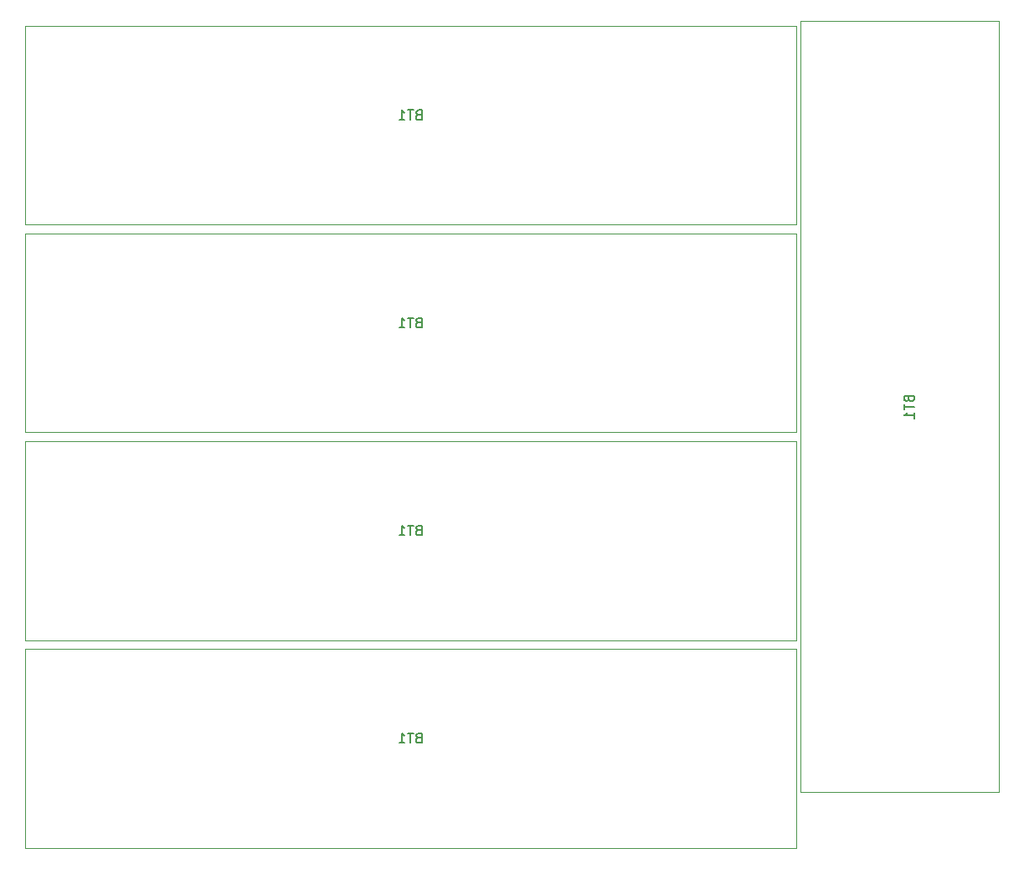
<source format=gbr>
%TF.GenerationSoftware,KiCad,Pcbnew,(5.1.9)-1*%
%TF.CreationDate,2021-04-05T17:54:05+02:00*%
%TF.ProjectId,IM350_AM550_multi,494d3335-305f-4414-9d35-35305f6d756c,rev?*%
%TF.SameCoordinates,Original*%
%TF.FileFunction,Legend,Bot*%
%TF.FilePolarity,Positive*%
%FSLAX46Y46*%
G04 Gerber Fmt 4.6, Leading zero omitted, Abs format (unit mm)*
G04 Created by KiCad (PCBNEW (5.1.9)-1) date 2021-04-05 17:54:05*
%MOMM*%
%LPD*%
G01*
G04 APERTURE LIST*
%ADD10C,0.120000*%
%ADD11C,0.150000*%
G04 APERTURE END LIST*
D10*
%TO.C,BT1*%
X118395000Y-30000000D02*
X118395000Y-108000000D01*
X118395000Y-108000000D02*
X138495000Y-108000000D01*
X138495000Y-108000000D02*
X138495000Y-30000000D01*
X138495000Y-30000000D02*
X118395000Y-30000000D01*
X40000000Y-93505000D02*
X40000000Y-113605000D01*
X118000000Y-93505000D02*
X40000000Y-93505000D01*
X118000000Y-113605000D02*
X118000000Y-93505000D01*
X40000000Y-113605000D02*
X118000000Y-113605000D01*
X40000000Y-92605000D02*
X118000000Y-92605000D01*
X118000000Y-92605000D02*
X118000000Y-72505000D01*
X118000000Y-72505000D02*
X40000000Y-72505000D01*
X40000000Y-72505000D02*
X40000000Y-92605000D01*
X40000000Y-51505000D02*
X40000000Y-71605000D01*
X118000000Y-51505000D02*
X40000000Y-51505000D01*
X118000000Y-71605000D02*
X118000000Y-51505000D01*
X40000000Y-71605000D02*
X118000000Y-71605000D01*
X40000000Y-50605000D02*
X118000000Y-50605000D01*
X118000000Y-50605000D02*
X118000000Y-30505000D01*
X118000000Y-30505000D02*
X40000000Y-30505000D01*
X40000000Y-30505000D02*
X40000000Y-50605000D01*
D11*
X129373571Y-68214285D02*
X129421190Y-68357142D01*
X129468809Y-68404761D01*
X129564047Y-68452380D01*
X129706904Y-68452380D01*
X129802142Y-68404761D01*
X129849761Y-68357142D01*
X129897380Y-68261904D01*
X129897380Y-67880952D01*
X128897380Y-67880952D01*
X128897380Y-68214285D01*
X128945000Y-68309523D01*
X128992619Y-68357142D01*
X129087857Y-68404761D01*
X129183095Y-68404761D01*
X129278333Y-68357142D01*
X129325952Y-68309523D01*
X129373571Y-68214285D01*
X129373571Y-67880952D01*
X128897380Y-68738095D02*
X128897380Y-69309523D01*
X129897380Y-69023809D02*
X128897380Y-69023809D01*
X129897380Y-70166666D02*
X129897380Y-69595238D01*
X129897380Y-69880952D02*
X128897380Y-69880952D01*
X129040238Y-69785714D01*
X129135476Y-69690476D01*
X129183095Y-69595238D01*
X79785714Y-102483571D02*
X79642857Y-102531190D01*
X79595238Y-102578809D01*
X79547619Y-102674047D01*
X79547619Y-102816904D01*
X79595238Y-102912142D01*
X79642857Y-102959761D01*
X79738095Y-103007380D01*
X80119047Y-103007380D01*
X80119047Y-102007380D01*
X79785714Y-102007380D01*
X79690476Y-102055000D01*
X79642857Y-102102619D01*
X79595238Y-102197857D01*
X79595238Y-102293095D01*
X79642857Y-102388333D01*
X79690476Y-102435952D01*
X79785714Y-102483571D01*
X80119047Y-102483571D01*
X79261904Y-102007380D02*
X78690476Y-102007380D01*
X78976190Y-103007380D02*
X78976190Y-102007380D01*
X77833333Y-103007380D02*
X78404761Y-103007380D01*
X78119047Y-103007380D02*
X78119047Y-102007380D01*
X78214285Y-102150238D01*
X78309523Y-102245476D01*
X78404761Y-102293095D01*
X79785714Y-81483571D02*
X79642857Y-81531190D01*
X79595238Y-81578809D01*
X79547619Y-81674047D01*
X79547619Y-81816904D01*
X79595238Y-81912142D01*
X79642857Y-81959761D01*
X79738095Y-82007380D01*
X80119047Y-82007380D01*
X80119047Y-81007380D01*
X79785714Y-81007380D01*
X79690476Y-81055000D01*
X79642857Y-81102619D01*
X79595238Y-81197857D01*
X79595238Y-81293095D01*
X79642857Y-81388333D01*
X79690476Y-81435952D01*
X79785714Y-81483571D01*
X80119047Y-81483571D01*
X79261904Y-81007380D02*
X78690476Y-81007380D01*
X78976190Y-82007380D02*
X78976190Y-81007380D01*
X77833333Y-82007380D02*
X78404761Y-82007380D01*
X78119047Y-82007380D02*
X78119047Y-81007380D01*
X78214285Y-81150238D01*
X78309523Y-81245476D01*
X78404761Y-81293095D01*
X79785714Y-60483571D02*
X79642857Y-60531190D01*
X79595238Y-60578809D01*
X79547619Y-60674047D01*
X79547619Y-60816904D01*
X79595238Y-60912142D01*
X79642857Y-60959761D01*
X79738095Y-61007380D01*
X80119047Y-61007380D01*
X80119047Y-60007380D01*
X79785714Y-60007380D01*
X79690476Y-60055000D01*
X79642857Y-60102619D01*
X79595238Y-60197857D01*
X79595238Y-60293095D01*
X79642857Y-60388333D01*
X79690476Y-60435952D01*
X79785714Y-60483571D01*
X80119047Y-60483571D01*
X79261904Y-60007380D02*
X78690476Y-60007380D01*
X78976190Y-61007380D02*
X78976190Y-60007380D01*
X77833333Y-61007380D02*
X78404761Y-61007380D01*
X78119047Y-61007380D02*
X78119047Y-60007380D01*
X78214285Y-60150238D01*
X78309523Y-60245476D01*
X78404761Y-60293095D01*
X79785714Y-39483571D02*
X79642857Y-39531190D01*
X79595238Y-39578809D01*
X79547619Y-39674047D01*
X79547619Y-39816904D01*
X79595238Y-39912142D01*
X79642857Y-39959761D01*
X79738095Y-40007380D01*
X80119047Y-40007380D01*
X80119047Y-39007380D01*
X79785714Y-39007380D01*
X79690476Y-39055000D01*
X79642857Y-39102619D01*
X79595238Y-39197857D01*
X79595238Y-39293095D01*
X79642857Y-39388333D01*
X79690476Y-39435952D01*
X79785714Y-39483571D01*
X80119047Y-39483571D01*
X79261904Y-39007380D02*
X78690476Y-39007380D01*
X78976190Y-40007380D02*
X78976190Y-39007380D01*
X77833333Y-40007380D02*
X78404761Y-40007380D01*
X78119047Y-40007380D02*
X78119047Y-39007380D01*
X78214285Y-39150238D01*
X78309523Y-39245476D01*
X78404761Y-39293095D01*
%TD*%
M02*

</source>
